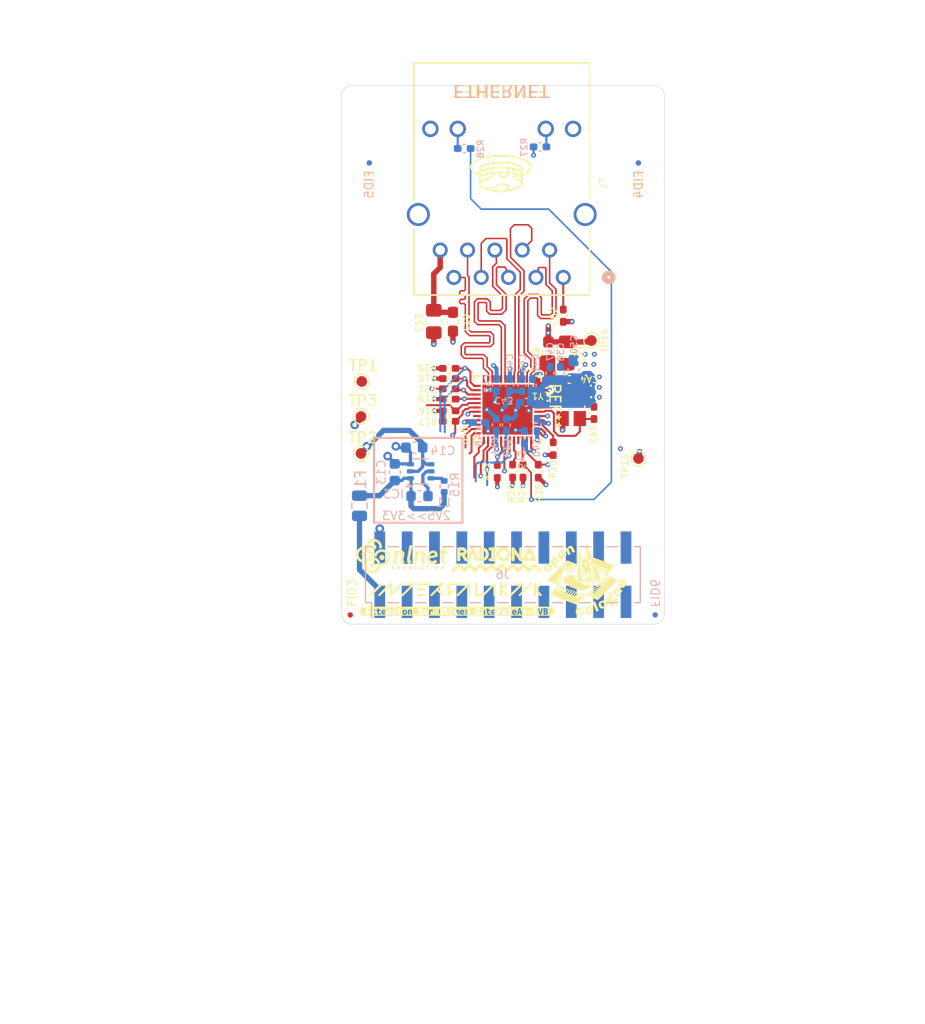
<source format=kicad_pcb>
(kicad_pcb (version 20240108) (generator "pcbnew") (generator_version "8.0")
  (title_block (title "${project_name} ${project_version}") (date "2024-12-02") (rev "${project_version}") (company "${project_creator}") (comment 1 "${project_license}"))
  (layers (0 "F.Cu" signal) (1 "In1.Cu" signal "GND1.Cu") (2 "In2.Cu" signal "GND2.Cu") (31 "B.Cu" signal) (34 "B.Paste" user) (35 "F.Paste" user) (36 "B.SilkS" user "B.Silkscreen") (37 "F.SilkS" user "F.Silkscreen") (38 "B.Mask" user) (39 "F.Mask" user) (44 "Edge.Cuts" user))
  (property "project_creator" "Intergalaktik d.o.o.")
  (property "project_license" "CERN-OHL-S v2")
  (property "project_name" "Olimex Extension Template")
  (property "project_version" "v0.1")
  (property "project_year" "2024.")
  (net 0 "")
  (net 1 "+3V3")
  (net 2 "GND")
  (net 3 "Net-(IC3-EN)")
  (net 4 "Net-(IC3-L)")
  (net 5 "+2V5")
  (net 6 "+Exten_V")
  (net 7 "/Main Sheet/NB_A3")
  (net 8 "/Main Sheet/NB_A8")
  (net 9 "/Main Sheet/NB_B8")
  (net 10 "/Main Sheet/NB_B5")
  (net 11 "/Main Sheet/NB_A0")
  (net 12 "/Main Sheet/NB_B4")
  (net 13 "/Main Sheet/NB_A7")
  (net 14 "/Main Sheet/NB_B6")
  (net 15 "/Main Sheet/NB_A4")
  (net 16 "/Main Sheet/NB_B2")
  (net 17 "/Main Sheet/NB_A5")
  (net 18 "/Main Sheet/NB_B3")
  (net 19 "/Main Sheet/NB_A2")
  (net 20 "/Main Sheet/NB_B7")
  (net 21 "/Main Sheet/NB_A1")
  (net 22 "/Main Sheet/NB_A6")
  (net 23 "/Main Sheet/NB_B0")
  (net 24 "/Main Sheet/NB_B1")
  (net 25 "+1V8")
  (net 26 "PHY_RST")
  (net 27 "VCC")
  (net 28 "+36V")
  (net 29 "/Sheet2/XTAL_IN")
  (net 30 "/Sheet2/XTAL_OUT")
  (net 31 "/Sheet2/LED1_AD1")
  (net 32 "/Sheet2/RGMII_GR-")
  (net 33 "/Sheet2/RGMI_YE-")
  (net 34 "/Sheet2/REGOUT")
  (net 35 "/Sheet2/LED2_RXDLY")
  (net 36 "/Sheet2/LED0_AD0")
  (net 37 "Net-(U10-RSET)")
  (net 38 "PHY_RXD2")
  (net 39 "PHY_TXEN")
  (net 40 "PHY_TXD0")
  (net 41 "ETH_RXCTL")
  (net 42 "PHY_RXD0")
  (net 43 "PHY_TXD2")
  (net 44 "MAC_MDIO")
  (net 45 "PHY_TXD1")
  (net 46 "PHY_RXCLK")
  (net 47 "PHY_TXCLK")
  (net 48 "PHY_TXD3")
  (net 49 "PHY_RXD1")
  (net 50 "PHY_RXD3")
  (net 53 "/Sheet2/MAC_MDC")
  (net 56 "/Sheet2/MDI0_P")
  (net 57 "/Sheet2/MDI0_N")
  (net 58 "/Sheet2/MDI1_P")
  (net 59 "/Sheet2/MDI2_P")
  (net 60 "/Sheet2/MDI2_N")
  (net 61 "/Sheet2/MDI1_N")
  (net 62 "/Sheet2/MDI3_P")
  (net 63 "/Sheet2/MDI3_N")
  (net 64 "Net-(J7-TCT)")
  (net 65 "Net-(J7-EARTH)")
  (footprint "Resistor_SMD:R_0402_1005Metric_Pad0.72x0.64mm_HandSolder" (layer "F.Cu") (at 95.265 58.085)
    (property "Reference" "R25")
    (property "Value" "4K7" (hide yes))
  )
  (footprint "Libraries:HR911130A_HAN" (layer "F.Cu") (at 105.861801 49.6428 180)
    (property "Reference" "J7")
    (property "Value" "HR911130A1" (hide yes))
  )
  (footprint "TestPoint:TestPoint_Pad_D1.0mm" (layer "F.Cu") (at 87.08 62.555)
    (property "Reference" "TP3")
    (property "Value" "GND" (hide yes))
  )
  (footprint "Fiducial:Fiducial_0.5mm_Mask1mm" (layer "F.Cu") (at 86.08 80.975)
    (property "Reference" "FID3")
    (property "Value" "Fiducial_F_BL" (hide yes))
  )
  (footprint "Capacitor_SMD:C_0805_2012Metric_Pad1.18x1.45mm_HandSolder" (layer "F.Cu") (at 106.175 56.665 -90)
    (property "Reference" "C51")
    (property "Value" "10uF" (hide yes))
  )
  (footprint "Resistor_SMD:R_0402_1005Metric_Pad0.72x0.64mm_HandSolder" (layer "F.Cu") (at 99.735 67.655 -90)
    (property "Reference" "R22")
    (property "Value" "10K" (hide yes))
  )
  (footprint "Capacitor_SMD:C_0402_1005Metric_Pad0.74x0.62mm_HandSolder" (layer "F.Cu") (at 108.705 62.2225 90)
    (property "Reference" "CA3")
    (property "Value" "12pF" (hide yes))
  )
  (footprint "Cologne:open_cologne_small" (layer "F.Cu") (at 107.77 77.64)
    (property "Reference" "H3" (hide yes))
    (property "Value" "Logo OpenCologne" (hide yes))
  )
  (footprint "Libraries:XTAL_TSX-3225_25.0000MF10P-C0" (layer "F.Cu") (at 106.595 61.645)
    (property "Reference" "Y1")
    (property "Value" "25MHz" (hide yes))
  )
  (footprint "Resistor_SMD:R_0402_1005Metric_Pad0.72x0.64mm_HandSolder" (layer "F.Cu") (at 95.265 60.935)
    (property "Reference" "R19")
    (property "Value" "4K7" (hide yes))
  )
  (footprint "Fiducial:Fiducial_0.5mm_Mask1mm" (layer "F.Cu") (at 87.85 39.015 -90)
    (property "Reference" "FID1")
    (property "Value" "Fiducial_F_TL" (hide yes))
  )
  (footprint "Fiducial:Fiducial_0.5mm_Mask1mm" (layer "F.Cu") (at 112.83 39.015 90)
    (property "Reference" "FID2")
    (property "Value" "Fiducial_F_TR" (hide yes))
  )
  (footprint "MountingHole:MountingHole_2.2mm_M2" (layer "F.Cu") (at 87.96 34.835)
    (property "Reference" "H5" (hide yes))
    (property "Value" "MountingHole" (hide yes))
  )
  (footprint "Resistor_SMD:R_0402_1005Metric_Pad0.72x0.64mm_HandSolder" (layer "F.Cu") (at 95.265 62.995)
    (property "Reference" "R17")
    (property "Value" "4K7" (hide yes))
  )
  (footprint "MountingHole:MountingHole_2.2mm_M2" (layer "F.Cu") (at 112.55 34.835)
    (property "Reference" "H6" (hide yes))
    (property "Value" "MountingHole" (hide yes))
  )
  (footprint "nlnet:nlnet" (layer "F.Cu") (at 90.86 75.505)
    (property "Reference" "H2" (hide yes))
    (property "Value" "Logo NLnet" (hide yes))
  )
  (footprint "Resistor_SMD:R_0402_1005Metric_Pad0.72x0.64mm_HandSolder" (layer "F.Cu") (at 102.1198 67.615 90)
    (property "Reference" "R24")
    (property "Value" "4K7" (hide yes))
  )
  (footprint "Resistor_SMD:R_0402_1005Metric_Pad0.72x0.64mm_HandSolder" (layer "F.Cu") (at 101.1546 67.615 90)
    (property "Reference" "R20")
    (property "Value" "4K7" (hide yes))
  )
  (footprint "TestPoint:TestPoint_Pad_D1.0mm" (layer "F.Cu") (at 87.08 65.985)
    (property "Reference" "TP2")
    (property "Value" "2V5" (hide yes))
  )
  (footprint "TestPoint:TestPoint_Pad_D1.0mm" (layer "F.Cu") (at 87.15 59.305)
    (property "Reference" "TP1")
    (property "Value" "3V3" (hide yes))
  )
  (footprint "Capacitor_SMD:C_0805_2012Metric_Pad1.18x1.45mm_HandSolder" (layer "F.Cu") (at 93.837 53.7296 90)
    (property "Reference" "C53")
    (property "Value" "0.1uF" (hide yes))
  )
  (footprint "intergalaktik:intergalaktik" (layer "F.Cu") (at 95.890409 78.486446)
    (property "Reference" "H1" (hide yes))
    (property "Value" "Logo Intergalaktik" (hide yes))
  )
  (footprint "memes:pancakes" (layer "F.Cu") (at 100.065 40.015 180)
    (property "Reference" "G***" (hide yes))
    (property "Value" "LOGO" (hide yes))
  )
  (footprint "Inductor_SMD:L_0603_1608Metric_Pad1.05x0.95mm_HandSolder" (layer "F.Cu") (at 104.465 56.505 90)
    (property "Reference" "L9")
    (property "Value" "2.2uH" (hide yes))
  )
  (footprint "Libraries:RTL8211E-VB-CG" (layer "F.Cu") (at 100.681255 61.911046 -90)
    (property "Reference" "U10")
    (property "Value" "RTL8211E-VB-CG" (hide yes))
  )
  (footprint "Resistor_SMD:R_0402_1005Metric_Pad0.72x0.64mm_HandSolder" (layer "F.Cu") (at 95.265 62.0298)
    (property "Reference" "R16")
    (property "Value" "4K7" (hide yes))
  )
  (footprint "Capacitor_SMD:C_0402_1005Metric_Pad0.74x0.62mm_HandSolder" (layer "F.Cu") (at 105.855 53.195 90)
    (property "Reference" "C52")
    (property "Value" "10nF" (hide yes))
  )
  (footprint "radiona:radiona_small" (layer "F.Cu") (at 99.659591 74.843554)
    (property "Reference" "H4" (hide yes))
    (property "Value" "Logo Radiona" (hide yes))
  )
  (footprint "Resistor_SMD:R_0402_1005Metric_Pad0.72x0.64mm_HandSolder" (layer "F.Cu") (at 103.535 67.625 90)
    (property "Reference" "R26")
    (property "Value" "4K7" (hide yes))
  )
  (footprint "Resistor_SMD:R_0402_1005Metric_Pad0.72x0.64mm_HandSolder" (layer "F.Cu") (at 95.265 59.985 180)
    (property "Reference" "R21")
    (property "Value" "1K5" (hide yes))
  )
  (footprint "Capacitor_SMD:C_0402_1005Metric_Pad0.74x0.62mm_HandSolder" (layer "F.Cu") (at 106.415 59.115)
    (property "Reference" "CA4")
    (property "Value" "12pF" (hide yes))
  )
  (footprint "Resistor_SMD:R_0402_1005Metric_Pad0.72x0.64mm_HandSolder" (layer "F.Cu") (at 104.925 65.545 90)
    (property "Reference" "R23")
    (property "Value" "2.49K%1" (hide yes))
  )
  (footprint "TestPoint:TestPoint_Pad_D1.0mm" (layer "F.Cu") (at 108.465 55.505 -90)
    (property "Reference" "TP14")
    (property "Value" "TestPoint" (hide yes))
  )
  (footprint "Resistor_SMD:R_0402_1005Metric_Pad0.72x0.64mm_HandSolder" (layer "F.Cu") (at 95.265 59.035)
    (property "Reference" "R18")
    (property "Value" "4K7" (hide yes))
  )
  (footprint "kibuzzard-674D68C8" (layer "F.Cu") (at 96 80.625)
    (property "Reference" "kibuzzard-674D68C8" (hide yes))
    (property "Value" "G***" (hide yes))
  )
  (footprint "TestPoint:TestPoint_Pad_D1.0mm" (layer "F.Cu") (at 112.835 66.450396 -90)
    (property "Reference" "TP13")
    (property "Value" "TestPoint" (hide yes))
  )
  (footprint "Inductor_SMD:L_0603_1608Metric_Pad1.05x0.95mm_HandSolder" (layer "F.Cu") (at 95.615 53.755 90)
    (property "Reference" "L10")
    (property "Value" "BLM18PG181SN1" (hide yes))
  )
  (footprint "Capacitor_SMD:C_0402_1005Metric_Pad0.74x0.62mm_HandSolder" (layer "B.Cu") (at 98.035 63.105)
    (property "Reference" "C48")
    (property "Value" "0.1uF" (hide yes))
  )
  (footprint "Fiducial:Fiducial_0.5mm_Mask1mm" (layer "B.Cu") (at 112.83 39.015 -90)
    (property "Reference" "FID4")
    (property "Value" "Fiducial_B_TL" (hide yes))
  )
  (footprint "Capacitor_SMD:C_0402_1005Metric_Pad0.74x0.62mm_HandSolder" (layer "B.Cu") (at 102.243594 64.469406 90)
    (property "Reference" "C49")
    (property "Value" "0.1uF" (hide yes))
  )
  (footprint "Capacitor_SMD:C_0402_1005Metric_Pad0.74x0.62mm_HandSolder" (layer "B.Cu") (at 105.575 58.515 90)
    (property "Reference" "C38")
    (property "Value" "0.1uF" (hide yes))
  )
  (footprint "Capacitor_SMD:C_0402_1005Metric_Pad0.74x0.62mm_HandSolder" (layer "B.Cu") (at 99.630254 63.333446 90)
    (property "Reference" "C44")
    (property "Value" "0.1uF" (hide yes))
  )
  (footprint "Capacitor_SMD:C_0402_1005Metric_Pad0.74x0.62mm_HandSolder" (layer "B.Cu") (at 100.885 59.635 -90)
    (property "Reference" "C45")
    (property "Value" "0.1uF" (hide yes))
  )
  (footprint "Capacitor_SMD:C_0402_1005Metric_Pad0.74x0.62mm_HandSolder" (layer "B.Cu") (at 104.625 58.515 90)
    (property "Reference" "C47")
    (property "Value" "0.1uF" (hide yes))
  )
  (footprint "Capacitor_SMD:C_0402_1005Metric_Pad0.74x0.62mm_HandSolder" (layer "B.Cu") (at 102.985 59.645 90)
    (property "Reference" "C41")
    (property "Value" "0.1uF" (hide yes))
  )
  (footprint "Capacitor_SMD:C_0402_1005Metric_Pad0.74x0.62mm_HandSolder" (layer "B.Cu") (at 103.435 63.335 -90)
    (property "Reference" "C40")
    (property "Value" "0.1uF" (hide yes))
  )
  (footprint "Inductor_SMD:L_0603_1608Metric" (layer "B.Cu") (at 92.51 69.951666 180)
    (property "Reference" "L1")
    (property "Value" "4.7uH" (hide yes))
  )
  (footprint "Capacitor_SMD:C_0402_1005Metric_Pad0.74x0.62mm_HandSolder" (layer "B.Cu") (at 100.570054 63.333446 90)
    (property "Reference" "C39")
    (property "Value" "100nF" (hide yes))
  )
  (footprint "Package_TO_SOT_SMD:SOT-363_SC-70-6" (layer "B.Cu") (at 92.62 67.641666)
    (property "Reference" "IC3")
    (property "Value" "TLV61225DC" (hide yes))
  )
  (footprint "Connector_PinSocket_2.54mm:PinSocket_2x10_P2.54mm_Vertical_SMD" (layer "B.Cu") (at 100.25 77.24 -90)
    (property "Reference" "J6")
    (property "Value" "MISC" (hide yes))
  )
  (footprint "Fiducial:Fiducial_0.5mm_Mask1mm" (layer "B.Cu") (at 114.39 80.975 180)
    (property "Reference" "FID6")
    (property "Value" "Fiducial_B_BL" (hide yes))
  )
  (footprint "Capacitor_SMD:C_0402_1005Metric_Pad0.74x0.62mm_HandSolder" (layer "B.Cu") (at 102.025 59.635 -90)
    (property "Reference" "C46")
    (property "Value" "0.1uF" (hide yes))
  )
  (footprint "Fuse:Fuse_0805_2012Metric" (layer "B.Cu") (at 86.94 70.8425 90)
    (property "Reference" "F1")
    (property "Value" "0805L050WR" (hide yes))
  )
  (footprint "Resistor_SMD:R_0402_1005Metric_Pad0.72x0.64mm_HandSolder" (layer "B.Cu") (at 103.695 37.525 180)
    (property "Reference" "R27")
    (property "Value" "510R R0402 5%" (hide yes))
  )
  (footprint "Capacitor_SMD:C_0402_1005Metric_Pad0.74x0.62mm_HandSolder" (layer "B.Cu") (at 102.405 61.235 180)
    (property "Reference" "C43")
    (property "Value" "0.1uF" (hide yes))
  )
  (footprint "Fiducial:Fiducial_0.5mm_Mask1mm" (layer "B.Cu") (at 87.85 39.015 90)
    (property "Reference" "FID5")
    (property "Value" "Fiducial_B_TR" (hide yes))
  )
  (footprint "Capacitor_SMD:C_0603_1608Metric" (layer "B.Cu") (at 92.03 65.441666 180)
    (property "Reference" "C14")
    (property "Value" "10uF" (hide yes))
  )
  (footprint "Capacitor_SMD:C_0402_1005Metric_Pad0.74x0.62mm_HandSolder" (layer "B.Cu") (at 99.665 59.625 -90)
    (property "Reference" "C42")
    (property "Value" "0.1uF" (hide yes))
  )
  (footprint "Resistor_SMD:R_0402_1005Metric" (layer "B.Cu") (at 94.8 69.041666 90)
    (property "Reference" "R15")
    (property "Value" "10K" (hide yes))
  )
  (footprint "Capacitor_SMD:C_0603_1608Metric_Pad1.08x0.95mm_HandSolder" (layer "B.Cu") (at 106.815 58.225 90)
    (property "Reference" "C50")
    (property "Value" "4.7uF" (hide yes))
  )
  (footprint "Resistor_SMD:R_0402_1005Metric_Pad0.72x0.64mm_HandSolder" (layer "B.Cu") (at 96.655 37.675)
    (property "Reference" "R28")
    (property "Value" "510R R0402 5%" (hide yes))
  )
  (footprint "Capacitor_SMD:C_0603_1608Metric" (layer "B.Cu") (at 90.21 67.726666 90)
    (property "Reference" "C13")
    (property "Value" "10uF" (hide yes))
  )
  (gr_rect (start 88.29 64.538334) (end 96.492718 72.411666) (stroke (width 0.2)) (fill none) (layer "B.SilkS"))
  (gr_arc (start 86.25 81.835) (mid 85.542893 81.542107) (end 85.25 80.835) (stroke (width 0.05)) (layer "Edge.Cuts"))
  (gr_arc (start 115.25 80.835) (mid 114.957107 81.542107) (end 114.25 81.835) (stroke (width 0.05)) (layer "Edge.Cuts"))
  (gr_line (start 86.25 31.835) (end 114.25 31.835) (stroke (width 0.05)) (layer "Edge.Cuts"))
  (gr_line (start 85.25 80.835) (end 85.25 32.835) (stroke (width 0.05)) (layer "Edge.Cuts"))
  (gr_arc (start 114.25 31.835) (mid 114.957107 32.127893) (end 115.25 32.835) (stroke (width 0.05)) (layer "Edge.Cuts"))
  (gr_line (start 115.25 32.835) (end 115.25 80.835) (stroke (width 0.05)) (layer "Edge.Cuts"))
  (gr_arc (start 85.25 32.835) (mid 85.542893 32.127893) (end 86.25 31.835) (stroke (width 0.05)) (layer "Edge.Cuts"))
  (gr_line (start 114.25 81.835) (end 86.25 81.835) (stroke (width 0.05)) (layer "Edge.Cuts"))
  (gr_text "ETHERNET\n" (at 95.615 31.565 180) (layer "B.SilkS") (effects (font (size 1.2 1.21)) (justify left bottom mirror)))
  (gr_text "2V5>>3V3" (at 95.4975 72.241666 0) (layer "B.SilkS") (effects (font (size 0.8 0.8) (thickness 0.1)) (justify left bottom mirror)))
  (gr_text "ETHERNET\n" (at 104.465 31.565 180) (layer "F.SilkS") (effects (font (size 1.2 1.21)) (justify left bottom)))
  (segment (start 87.08 65.985) (end 87.63 65.435) (width 0.5) (layer "F.Cu") (net 1))
  (segment (start 87.63 65.435) (end 87.63 65.315) (width 0.5) (layer "F.Cu") (net 1))
  (via (at 87.63 65.315) (size 0.8) (drill 0.4) (layers "F.Cu" "B.Cu") (net 1))
  (segment (start 92.805 67.231666) (end 92.805 66.651666) (width 0.3) (layer "B.Cu") (net 1))
  (segment (start 92.805 65.08) (end 92.805 65.441666) (width 0.5) (layer "B.Cu") (net 1))
  (segment (start 87.63 65.315) (end 87.7 65.315) (width 0.5) (layer "B.Cu") (net 1))
  (segment (start 92.805 66.651666) (end 93.145 66.991666) (width 0.3) (layer "B.Cu") (net 1))
  (segment (start 87.7 65.315) (end 89.17 63.845) (width 0.5) (layer "B.Cu") (net 1))
  (segment (start 93.145 66.991666) (end 93.57 66.991666) (width 0.3) (layer "B.Cu") (net 1))
  (segment (start 92.805 65.441666) (end 92.805 66.651666) (width 0.3) (layer "B.Cu") (net 1))
  (segment (start 89.17 63.845) (end 91.57 63.845) (width 0.5) (layer "B.Cu") (net 1))
  (segment (start 92.395 67.641666) (end 92.805 67.231666) (width 0.3) (layer "B.Cu") (net 1))
  (segment (start 91.57 63.845) (end 92.805 65.08) (width 0.5) (layer "B.Cu") (net 1))
  (segment (start 91.67 67.641666) (end 92.395 67.641666) (width 0.3) (layer "B.Cu") (net 1))
  (segment (start 86.49 63.335) (end 86.89 62.935) (width 0.5) (layer "F.Cu") (net 2))
  (segment (start 86.89 62.935) (end 86.89 62.555) (width 0.5) (layer "F.Cu") (net 2))
  (segment (start 104.882514 66.144996) (end 104.862494 66.125026) (width 0.381) (layer "F.Cu") (net 2))
  (segment (start 103.582939 68.2225) (end 103.535 68.2225) (width 0.381) (layer "F.Cu") (net 2))
  (segment (start 94.667494 58.085016) (end 93.855004 58.085016) (width 0.381) (layer "F.Cu") (net 2))
  (segment (start 105.785024 63.814996) (end 105.794984 63.804996) (width 0.508) (layer "F.Cu") (net 2))
  (segment (start 93.844994 58.095026) (end 93.855004 58.085016) (width 0.381) (layer "F.Cu") (net 2))
  (segment (start 105.854974 53.762496) (end 105.872744 53.744726) (width 0.508) (layer "F.Cu") (net 2))
  (segment (start 108.725314 61.675286) (end 108.705004 61.654986) (width 0.508) (layer "F.Cu") (net 2))
  (segment (start 104.907504 66.125026) (end 104.862494 66.125026) (width 0.381) (layer "F.Cu") (net 2))
  (segment (start 105.794984 63.804996) (end 105.794984 62.744996) (width 0.508) (layer "F.Cu") (net 2))
  (segment (start 104.924984 66.142506) (end 104.907504 66.125026) (width 0.381) (layer "F.Cu") (net 2))
  (segment (start 93.837014 55.843006) (end 93.837014 54.767116) (width 0.508) (layer "F.Cu") (net 2))
  (segment (start 106.645304 53.744726) (end 105.872744 53.744726) (width 0.508) (layer "F.Cu") (net 2))
  (segment (start 106.645304 53.744726) (end 106.655024 53.735006) (width 0.508) (layer "F.Cu") (net 2))
  (segment (start 93.834984 55.844986) (end 93.837014 55.843006) (width 0.508) (layer "F.Cu") (net 2))
  (segment (start 104.569934 60.111066) (end 103.526054 60.111066) (width 0.254) (layer "F.Cu") (net 2))
  (segment (start 104.255439 68.895) (end 103.582939 68.2225) (width 0.381) (layer "F.Cu") (net 2))
  (segment (start 104.862494 66.125026) (end 104.165014 66.125026) (width 0.381) (layer "F.Cu") (net 2))
  (segment (start 95.615014 55.644986) (end 95.615014 54.630006) (width 0.508) (layer "F.Cu") (net 2))
  (via (at 106.655024 53.735006) (size 0.4572) (drill 0.2032) (layers "F.Cu" "B.Cu") (net 2))
  (via (at 102.648124 62.007486) (size 0.4572) (drill 0.2032) (layers "F.Cu" "B.Cu") (net 2))
  (via (at 108.695204 57.713006) (size 0.4572) (drill 0.2032) (layers "F.Cu" "B.Cu") (net 2))
  (via (at 109.203204 59.846606) (size 0.4572) (drill 0.2032) (layers "F.Cu" "B.Cu") (net 2))
  (via (at 103.097504 38.305016) (size 0.4572) (drill 0.2032) (layers "F.Cu" "B.Cu") (net 2))
  (via (at 98.874194 63.909996) (size 0.4572) (drill 0.2032) (layers "F.Cu" "B.Cu") (net 2))
  (via (at 103.716804 58.627406) (size 0.4572) (drill 0.2032) (layers "F.Cu" "B.Cu") (net 2))
  (via (at 104.255439 68.895) (size 0.4572) (drill 0.2032) (layers "F.Cu" "B.Cu") (net 2))
  (via (at 93.834984 55.844986) (size 0.4572) (drill 0.2032) (layers "F.Cu" "B.Cu") (net 2))
  (via (at 101.430804 63.809006) (size 0.4572) (drill 0.2032) (layers "F.Cu" "B.Cu") (net 2))
  (via (at 98.757254 61.913916) (size 0.4572) (drill 0.2032) (layers "F.Cu" "B.Cu") (net 2))
  (via (at 105.785024 63.814996) (size 0.4572) (drill 0.2032) (layers "F.Cu" "B.Cu") (net 2))
  (via (at 108.746004 56.773206) (size 0.4572) (drill 0.2032) (layers "F.Cu" "B.Cu") (net 2))
  (via (at 93.844994 58.095026) (size 0.4572) (drill 0.2032) (layers "F.Cu" "B.Cu") (net 2))
  (via (at 88.82 72.96) (size 0.8) (drill 0.4) (layers "F.Cu" "B.Cu") (net 2))
  (via (at 111.168044 65.544996) (size 0.4572) (drill 0.2032) (layers "F.Cu" "B.Cu") (net 2))
  (via (at 109.203204 58.882486) (size 0.4572) (drill 0.2032) (layers "F.Cu" "B.Cu") (net 2))
  (via (at 89.555 66.231666) (size 0.8) (drill 0.4) (layers "F.Cu" "B.Cu") (net 2))
  (via (at 90.315 65.321666) (size 0.8) (drill 0.4) (layers "F.Cu" "B.Cu") (net 2))
  (via (at 104.580404 60.100606) (size 0.4572) (drill 0.2032) (layers "F.Cu" "B.Cu") (net 2))
  (via (at 95.615014 55.644986) (size 0.4572) (drill 0.2032) (layers "F.Cu" "B.Cu") (net 2))
  (via (at 107.882404 57.713006) (size 0.4572) (drill 0.2032) (layers "F.Cu" "B.Cu") (net 2))
  (via (at 104.165014 66.125026) (size 0.4572) (drill 0.2032) (layers "F.Cu" "B.Cu") (net 2))
  (via (at 98.733884 60.073736) (size 0.4572) (drill 0.2032) (layers "F.Cu" "B.Cu") (net 2))
  (via (at 109.203204 60.761006) (size 0.4572) (drill 0.2032) (layers "F.Cu" "B.Cu") (net 2))
  (via (at 101.439544 61.976296) (size 0.4572) (drill 0.2032) (layers "F.Cu" "B.Cu") (net 2))
  (via (at 100.176344 61.952876) (size 0.4572) (drill 0.2032) (layers "F.Cu" "B.Cu") (net 2))
  (via (at 99.504974 61.225016) (size 0.4572) (drill 0.2032) (layers "F.Cu" "B.Cu") (net 2))
  (via (at 103.435014 64.734986) (size 0.4572) (drill 0.2032) (layers "F.Cu" "B.Cu") (net 2))
  (via (at 86.49 63.335) (size 0.8) (drill 0.4) (layers "F.Cu" "B.Cu") (net 2))
  (via (at 107.882404 56.773206) (size 0.4572) (drill 0.2032) (layers "F.Cu" "B.Cu") (net 2))
  (segment (start 101.651514 61.716206) (end 101.651514 61.337716) (width 0.381) (layer "B.Cu") (net 2))
  (segment (start 98.660014 63.105016) (end 98.602514 63.105016) (width 0.381) (layer "B.Cu") (net 2))
  (segment (start 98.767904 60.107746) (end 98.733884 60.073736) (width 0.381) (layer "B.Cu") (net 2))
  (segment (start 91.67 65.856666) (end 91.255 65.441666) (width 0.3) (layer "B.Cu") (net 2))
  (segment (start 101.216354 62.733916) (end 101.439544 62.510726) (width 0.381) (layer "B.Cu") (net 2))
  (segment (start 99.504974 61.176896) (end 99.545494 61.136376) (width 0.381) (layer "B.Cu") (net 2))
  (segment (start 101.828514 61.218216) (end 101.771014 61.218216) (width 0.381) (layer "B.Cu") (net 2))
  (segment (start 102.984974 59.019996) (end 103.377564 58.627406) (width 0.381) (layer "B.Cu") (net 2))
  (segment (start 102.984974 59.077496) (end 102.984974 59.019996) (width 0.381) (layer "B.Cu") (net 2))
  (segment (start 100.570044 62.765926) (end 100.602064 62.733916) (width 0.381) (layer "B.Cu") (net 2))
  (segment (start 101.439544 61.928186) (end 101.651514 61.716206) (width 0.381) (layer "B.Cu") (net 2))
  (segment (start 98.791264 61.947926) (end 98.757254 61.913916) (width 0.381) (layer "B.Cu") (net 2))
  (segment (start 100.765504 61.315606) (end 100.765504 60.322006) (width 0.381) (layer "B.Cu") (net 2))
  (segment (start 91.255 65.441666) (end 90.435 65.441666) (width 0.3) (layer "B.Cu") (net 2))
  (segment (start 102.025014 60.202506) (end 100.885004 60.202506) (width 0.381) (layer "B.Cu") (net 2))
  (segment (start 99.580244 60.107746) (end 98.767904 60.107746) (width 0.381) (layer "B.Cu") (net 2))
  (segment (start 99.504974 61.225016) (end 99.504974 61.176896) (width 0.381) (layer "B.Cu") (net 2))
  (segment (start 106.835314 57.382806) (end 106.814994 57.362486) (width 0.508) (layer "B.Cu") (net 2))
  (segment (start 99.664994 60.192506) (end 99.580244 60.107746) (width 0.381) (layer "B.Cu") (net 2))
  (segment (start 100.176344 61.952876) (end 100.176344 61.904766) (width 0.381) (layer "B.Cu") (net 2))
  (segment (start 101.439544 62.510726) (end 101.439544 61.976296) (width 0.381) (layer "B.Cu") (net 2))
  (segment (start 103.716804 58.627406) (end 103.377564 58.627406) (width 0.381) (layer "B.Cu") (net 2))
  (segment (start 91.63 66.951666) (end 91.67 66.991666) (width 0.3) (layer "B.Cu") (net 2))
  (segment (start 101.651514 61.337716) (end 101.771014 61.218216) (width 0.381) (layer "B.Cu") (net 2))
  (segment (start 90.21 66.886666) (end 89.555 66.231666) (width 0.3) (layer "B.Cu") (net 2))
  (segment (start 102.197154 63.855446) (end 101.477244 63.855446) (width 0.254) (layer "B.Cu") (net 2))
  (segment (start 103.435014 64.734986) (end 103.435014 63.902526) (width 0.381) (layer "B.Cu") (net 2))
  (segment (start 101.439544 61.976296) (end 101.439544 61.928186) (width 0.381) (layer "B.Cu") (net 2))
  (segment (start 90.435 65.441666) (end 90.315 65.321666) (width 0.3) (layer "B.Cu") (net 2))
  (segment (start 98.779514 63.282016) (end 98.779514 63.224516) (width 0.381) (layer "B.Cu") (net 2))
  (segment (start 100.765504 60.322006) (end 100.885004 60.202506) (width 0.381) (layer "B.Cu") (net 2))
  (segment (start 99.545494 61.136376) (end 99.545494 60.312006) (width 0.381) (layer "B.Cu") (net 2))
  (segment (start 90.21 66.951666) (end 91.63 66.951666) (width 0.3) (layer "B.Cu") (net 2))
  (segment (start 98.874194 63.909996) (end 98.840174 63.875976) (width 0.381) (layer "B.Cu") (net 2))
  (segment (start 91.67 66.991666) (end 91.67 65.856666) (width 0.3) (layer "B.Cu") (net 2))
  (segment (start 99.630244 62.765926) (end 99.630244 62.708426) (width 0.381) (layer "B.Cu") (net 2))
  (segment (start 102.243594 63.901886) (end 102.197154 63.855446) (width 0.254) (layer "B.Cu") (net 2))
  (segment (start 103.097504 38.305016) (end 103.097504 37.524986) (width 0.2032) (layer "B.Cu") (net 2))
  (segment (start 98.840174 63.875976) (end 98.840174 63.342676) (width 0.381) (layer "B.Cu") (net 2))
  (segment (start 98.840174 63.342676) (end 98.779514 63.282016) (width 0.381) (layer "B.Cu") (net 2))
  (segment (start 98.869754 61.947926) (end 98.791264 61.947926) (width 0.381) (layer "B.Cu") (net 2))
  (segment (start 101.216354 62.733916) (end 100.602064 62.733916) (width 0.381) (layer "B.Cu") (net 2))
  (segment (start 90.21 66.951666) (end 90.21 66.886666) (width 0.3) (layer "B.Cu") (net 2))
  (segment (start 99.630244 62.708426) (end 98.869754 61.947926) (width 0.381) (layer "B.Cu") (net 2))
  (segment (start 88.82 72.96) (end 88.82 74.72) (width 0.5) (layer "B.Cu") (net 2))
  (segment (start 98.779514 63.224516) (end 98.660014 63.105016) (width 0.381) (layer "B.Cu") (net 2))
  (segment (start 100.176344 61.904766) (end 100.765504 61.315606) (width 0.381) (layer "B.Cu") (net 2))
  (segment (start 106.835314 57.382806) (end 106.845034 57.373086) (width 0.508) (layer "B.Cu") (net 2))
  (segment (start 99.545494 60.312006) (end 99.664994 60.192506) (width 0.381) (layer "B.Cu") (net 2))
  (segment (start 101.477244 63.855446) (end 101.430804 63.809006) (width 0.254) (layer "B.Cu") (net 2))
  (segment (start 93.57 68.291666) (end 94.56 68.291666) (width 0.3) (layer "B.Cu") (net 3))
  (segment (start 94.56 68.291666) (end 94.8 68.531666) (width 0.3) (layer "B.Cu") (net 3))
  (segment (start 93.2975 69.184166) (end 93.2975 69.951666) (width 0.3) (layer "B.Cu") (net 4))
  (segment (start 93.57 67.641666) (end 93.165 67.641666) (width 0.3) (layer "B.Cu") (net 4))
  (segment (start 92.815 68.701666) (end 93.2975 69.184166) (width 0.3) (layer "B.Cu") (net 4))
  (segment (start 92.825 67.981666) (end 92.825 68.691666) (width 0.3) (layer "B.Cu") (net 4))
  (segment (start 93.165 67.641666) (end 92.825 67.981666) (width 0.3) (layer "B.Cu") (net 4))
  (segment (start 92.825 68.691666) (end 92.815 68.701666) (width 0.3) (layer "B.Cu") (net 4))
  (segment (start 91.7225 69.951666) (end 91.7225 68.344166) (width 0.3) (layer "B.Cu") (net 5))
  (segment (start 94.8 69.551666) (end 94.8 70.686666) (width 0.5) (layer "B.Cu") (net 5))
  (segment (start 94.8 70.686666) (end 94.375 71.111666) (width 0.5) (layer "B.Cu") (net 5))
  (segment (start 91.065 68.291666) (end 91.67 68.291666) (width 0.3) (layer "B.Cu") (net 5))
  (segment (start 91.7225 68.344166) (end 91.67 68.291666) (width 0.3) (layer "B.Cu") (net 5))
  (segment (start 94.375 71.111666) (end 91.985 71.111666) (width 0.5) (layer "B.Cu") (net 5))
  (segment (start 88.806666 69.905) (end 90.21 68.501666) (width 0.5) (layer "B.Cu") (net 5))
  (segment (start 86.94 69.905) (end 88.806666 69.905) (width 0.5) (layer "B.Cu") (net 5))
  (segment (start 90.21 68.501666) (end 90.855 68.501666) (width 0.3) (layer "B.Cu") (net 5))
  (segment (start 91.985 71.111666) (end 91.7225 70.849166) (width 0.5) (layer "B.Cu") (net 5))
  (segment (start 91.7225 70.849166) (end 91.7225 69.951666) (width 0.5) (layer "B.Cu") (net 5))
  (segment (start 90.855 68.501666) (end 91.065 68.291666) (width 0.3) (layer "B.Cu") (net 5))
  (segment (start 86.94 76.775) (end 86.94 71.78) (width 0.5) (layer "B.Cu") (net 6))
  (segment (start 88.82 79.76) (end 88.82 78.655) (width 0.5) (layer "B.Cu") (net 6))
  (segment (start 88.82 78.655) (end 86.94 76.775) (width 0.5) (layer "B.Cu") (net 6))
  (segment (start 96.665814 63.075856) (end 96.830614 62.911066) (width 0.2032) (layer "F.Cu") (net 25))
  (segment (start 97.016644 60.511066) (end 96.605004 60.099386) (width 0.2032) (layer "F.Cu") (net 25))
  (segment (start 96.605004 60.099386) (end 95.862514 60.099386) (width 0.2032) (layer "F.Cu") (net 25))
  (segment (start 97.836454 60.511066) (end 97.016644 60.511066) (width 0.2032) (layer "F.Cu") (net 25))
  (segment (start 97.836454 62.911066) (end 96.830614 62.911066) (width 0.2032) (layer "F.Cu") (net 25))
  (via (at 96.665814 63.075856) (size 0.4572) (drill 0.2032) (layers "F.Cu" "B.Cu") (net 25))
  (via (at 96.605004 60.099386) (size 0.4572) (drill 0.2032) (layers "F.Cu" "B.Cu") (net 25))
  (segment (start 97.452914 63.090436) (end 96.680394 63.090436) (width 0.381) (layer "B.Cu") (net 25))
  (segment (start 97.467494 63.105016) (end 97.452914 63.090436) (width 0.381) (layer "B.Cu") (net 25))
  (segment (start 96.680394 63.090436) (end 96.665814 63.075856) (width 0.381) (layer "B.Cu") (net 25))
  (segment (start 99.745004 66.298206) (end 99.745004 66.224866) (width 0.18618) (layer "F.Cu") (net 26))
  (segment (start 100.166774 65.801836) (end 100.166774 65.399616) (width 0.18618) (layer "F.Cu") (net 26))
  (segment (start 100.089764 65.322606) (end 100.089764 64.764376) (width 0.18618) (layer "F.Cu") (net 26))
  (segment (start 100.081254 65.888626) (end 100.081254 65.887356) (width 0.18618) (layer "F.Cu") (net 26))
  (segment (start 100.166774 65.399616) (end 100.089764 65.322606) (width 0.18618) (layer "F.Cu") (net 26))
  (segment (start 100.089764 64.764376) (end 100.081254 64.755866) (width 0.18618) (layer "F.Cu") (net 26))
  (segment (start 99.740004 67.052506) (end 99.740004 66.303206) (width 0.18618) (layer "F.Cu") (net 26))
  (segment (start 100.081254 65.887356) (end 100.166774 65.801836) (width 0.18618) (layer "F.Cu") (net 26))
  (segment (start 99.740004 66.303206) (end 99.745004 66.298206) (width 0.18618) (layer "F.Cu") (net 26))
  (segment (start 99.734994 67.057516) (end 99.740004 67.052506) (width 0.18618) (layer "F.Cu") (net 26))
  (segment (start 99.745004 66.224866) (end 100.081254 65.888626) (width 0.18618) (layer "F.Cu") (net 26))
  (via (at 99.745004 66.298206) (size 0.4572) (drill 0.2032) (layers "F.Cu" "B.Cu") (net 26))
  (segment (start 99.748464 66.298206) (end 100.570044 65.476616) (width 0.2032) (layer "B.Cu") (net 26))
  (segment (start 99.748464 66.298206) (end 99.745004 66.298206) (width 0.2032) (layer "B.Cu") (net 26))
  (segment (start 100.570044 65.476616) (end 100.570044 63.900956) (width 0.2032) (layer "B.Cu") (net 26))
  (segment (start 94.667494 62.994986) (end 94.667494 62.029786) (width 0.381) (layer "F.Cu") (net 27))
  (segment (start 104.156764 64.299766) (end 104.156764 64.040566) (width 0.2032) (layer "F.Cu") (net 27))
  (segment (start 104.224804 64.367806) (end 103.993144 64.367806) (width 0.2032) (layer "F.Cu") (net 27))
  (segment (start 101.154604 68.965406) (end 101.154604 68.212506) (width 0.381) (layer "F.Cu") (net 27))
  (segment (start 99.734994 69.074986) (end 99.734994 68.252486) (width 0.381) (layer "F.Cu") (net 27))
  (segment (start 102.114974 68.975006) (end 102.119804 68.970186) (width 0.381) (layer "F.Cu") (net 27))
  (segment (start 93.904984 60.934996) (end 93.885024 60.914976) (width 0.381) (layer "F.Cu") (net 27))
  (segment (start 94.667494 62.029786) (end 93.919824 62.029786) (width 0.381) (layer "F.Cu") (net 27))
  (segment (start 104.224804 64.367806) (end 104.156764 64.299766) (width 0.2032) (layer "F.Cu") (net 27))
  (segment (start 93.894984 59.035026) (end 93.875014 59.015006) (width 0.381) (layer "F.Cu") (net 27))
  (segment (start 112.927284 66.421176) (end 112.927284 65.825326) (width 0.508) (layer "F.Cu") (net 27))
  (segment (start 104.394984 61.092116) (end 104.213934 60.911066) (width 0.2032) (layer "F.Cu") (net 27))
  (segment (start 104.208954 61.311066) (end 103.526054 61.311066) (width 0.2032) (layer "F.Cu") (net 27))
  (segment (start 94.667494 59.035026) (end 93.894984 59.035026) (width 0.381) (layer "F.Cu") (net 27))
  (segment (start 93.919824 62.029786) (end 93.894984 62.004996) (width 0.381) (layer "F.Cu") (net 27))
  (segment (start 103.780054 64.154716) (end 103.780054 64.111066) (width 0.2032) (layer "F.Cu") (net 27))
  (segment (start 103.780054 64.111066) (end 103.526054 64.111066) (width 0.2032) (layer "F.Cu") (net 27))
  (segment (start 99.745004 69.084996) (end 99.734994 69.074986) (width 0.381) (layer "F.Cu") (net 27))
  (segment (start 104.156764 64.040566) (end 103.827264 63.711066) (width 0.2032) (layer "F.Cu") (net 27))
  (segment (start 103.993144 64.367806) (end 103.780054 64.154716) (width 0.2032) (layer "F.Cu") (net 27))
  (segment (start 103.827264 63.711066) (end 103.526054 63.711066) (width 0.2032) (layer "F.Cu") (net 27))
  (segment (start 112.927284 65.825326) (end 112.937004 65.815606) (width 0.508) (layer "F.Cu") (net 27))
  (segment (start 100.881254 59.066266) (end 100.881254 58.160956) (width 0.2032) (layer "F.Cu") (net 27))
  (segment (start 104.213934 60.911066) (end 103.526054 60.911066) (width 0.2032) (layer "F.Cu") (net 27))
  (segment (start 101.145004 68.975006) (end 101.154604 68.965406) (width 0.381) (layer "F.Cu") (net 27))
  (segment (start 102.119804 68.970186) (end 102.119804 68.212506) (width 0.381) (layer "F.Cu") (net 27))
  (segment (start 104.400974 62.511066) (end 103.526054 62.511066) (width 0.2032) (layer "F.Cu") (net 27))
  (segment (start 94.667494 60.934996) (end 93.904984 60.934996) (width 0.381) (layer "F.Cu") (net 27))
  (segment (start 100.881254 58.160956) (end 100.922804 58.119406) (width 0.2032) (layer "F.Cu") (net 27))
  (via (at 104.400974 62.511066) (size 0.4572) (drill 0.2032) (layers "F.Cu" "B.Cu") (net 27))
  (via (at 93.894984 62.004996) (size 0.4572) (drill 0.2032) (layers "F.Cu" "B.Cu") (net 27))
  (via (at 99.745004 69.084996) (size 0.4572) (drill 0.2032) (layers "F.Cu" "B.Cu") (net 27))
  (via (at 100.922804 58.119406) (size 0.4572) (drill 0.2032) (layers "F.Cu" "B.Cu") (net 27))
  (via (at 104.394984 61.092116) (size 0.4572) (drill 0.2032) (layers "F.Cu" "B.Cu") (net 27))
  (via (at 107.960464 58.739866) (size 0.4572) (drill 0.2032) (layers "F.Cu" "B.Cu") (net 27))
  (via (at 108.415804 59.688336) (size 0.4572) (drill 0.2032) (layers "F.Cu" "B.Cu") (net 27))
  (via (at 101.145004 68.975006) (size 0.4572) (drill 0.2032) (layers "F.Cu" "B.Cu") (net 27))
  (via (at 104.224804 64.367806) (size 0.4572) (drill 0.2032) (layers "F.Cu" "B.Cu") (net 27))
  (via (at 108.445394 60.761006) (size 0.4572) (drill 0.2032) (layers "F.Cu" "B.Cu") (net 27))
  (via (at 93.875014 59.015006) (size 0.4572) (drill 0.2032) (layers "F.Cu" "B.Cu") (net 27))
  (via (at 112.937004 65.815606) (size 0.4572) (drill 0.2032) (layers "F.Cu" "B.Cu") (net 27))
  (via (at 93.885024 60.914976) (size 0.4572) (drill 0.2032) (layers "F.Cu" "B.Cu") (net 27))
  (via (at 102.114974 68.975006) (size 0.4572) (drill 0.2032) (layers "F.Cu" "B.Cu") (net 27))
  (segment (start 106.814994 59.087506) (end 106.810014 59.082526) (width 0.508) (layer "B.Cu") (net 27))
  (segment (start 100.903904 59.048586) (end 100.903904 58.138306) (width 0.381) (layer "B.Cu") (net 27))
  (segment (start 100.885004 59.067486) (end 100.903904 59.048586) (width 0.381) (layer "B.Cu") (net 27))
  (segment (start 100.903904 58.138306) (end 100.922804 58.119406) (width 0.381) (layer "B.Cu") (net 27))
  (segment (start 103.107204 65.707726) (end 102.881244 65.481766) (width 0.2032) (layer "F.Cu") (net 28))
  (segment (start 108.342504 55.627516) (end 108.464974 55.504986) (width 0.508) (layer "F.Cu") (net 28))
  (segment (start 99.398804 57.825866) (end 99.398804 57.789206) (width 0.2032) (layer "F.Cu") (net 28))
  (segment (start 99.681254 65.600726) (end 99.681254 64.755866) (width 0.2032) (layer "F.Cu") (net 28))
  (segment (start 99.681254 59.066266) (end 99.681254 58.108316) (width 0.2032) (layer "F.Cu") (net 28))
  (segment (start 104.464984 55.630006) (end 104.464984 54.155026) (width 0.508) (layer "F.Cu") (net 28))
  (segment (start 108.342504 55.627516) (end 106.175014 55.627516) (width 0.508) (layer "F.Cu") (net 28))
  (segment (start 104.012664 62.911066) (end 103.526054 62.911066) (width 0.2032) (layer "F.Cu") (net 28))
  (segment (start 103.107204 65.790206) (end 103.107204 65.707726) (width 0.2032) (layer "F.Cu") (net 28))
  (segment (start 106.175014 55.627516) (end 104.467474 55.627516) (width 0.508) (layer "F.Cu") (net 28))
  (segment (start 102.081244 58.053166) (end 102.370604 57.763806) (width 0.2032) (layer "F.Cu") (net 28))
  (segment (start 102.881244 65.481766) (end 102.881244 64.755866) (width 0.2032) (layer "F.Cu") (net 28))
  (segment (start 104.462474 63.156616) (end 104.258214 63.156616) (width 0.2032) (layer "F.Cu") (net 28))
  (segment (start 104.496494 63.190636) (end 104.462474 63.156616) (width 0.2032) (layer "F.Cu") (net 28))
  (segment (start 99.681254 58.108316) (end 99.398804 57.825866) (width 0.2032) (layer "F.Cu") (net 28))
  (segment (start 104.464984 55.630006) (end 104.467474 55.627516) (width 0.508) (layer "F.Cu") (net 28))
  (segment (start 104.258214 63.156616) (end 104.012664 62.911066) (width 0.2032) (layer "F.Cu") (net 28))
  (segment (start 102.081244 59.066266) (end 102.081244 58.053166) (width 0.2032) (layer "F.Cu") (net 28))
  (via (at 104.496494 63.190636) (size 0.4572) (drill 0.2032) (layers "F.Cu" "B.Cu") (net 28))
  (via (at 99.681254 65.600726) (size 0.4572) (drill 0.2032) (layers "F.Cu" "B.Cu") (net 28))
  (via (at 103.107204 65.790206) (size 0.4572) (drill 0.2032) (layers "F.Cu" "B.Cu") (net 28))
  (via (at 104.464984 54.795006) (size 0.4572) (drill 0.2032) (layers "F.Cu" "B.Cu") (net 28))
  (via (at 102.384984 57.765026) (size 0.4572) (drill 0.2032) (layers "F.Cu" "B.Cu") (net 28))
  (via (at 104.464984 54.155026) (size 0.4572) (drill 0.2032) (layers "F.Cu" "B.Cu") (net 28))
  (via (at 99.384984 57.825016) (size 0.4572) (drill 0.2032) (layers "F.Cu" "B.Cu") (net 28))
  (segment (start 99.681254 65.600726) (end 99.655754 65.575226) (width 0.381) (layer "B.Cu") (net 28))
  (segment (start 102.025014 59.067486) (end 102.025014 58.173106) (width 0.381) (layer "B.Cu") (net 28))
  (segment (start 99.655754 63.926456) (end 99.630244 63.900956) (width 0.381) (layer "B.Cu") (net 28))
  (segment (start 103.107204 65.790206) (end 102.509114 65.790206) (width 0.254) (layer "B.Cu") (net 28))
  (segment (start 102.509114 65.790206) (end 102.360324 65.641416) (width 0.254) (layer "B.Cu") (net 28))
  (segment (start 102.384984 57.813136) (end 102.384984 57.765026) (width 0.381) (layer "B.Cu") (net 28))
  (segment (start 102.360324 65.153626) (end 102.243594 65.036906) (width 0.254) (layer "B.Cu") (net 28))
  (segment (start 103.435014 62.825006) (end 103.435014 62.767506) (width 0.381) (layer "B.Cu") (net 28))
  (segment (start 102.025014 58.173106) (end 102.384984 57.813136) (width 0.381) (layer "B.Cu") (net 28))
  (segment (start 104.496494 63.190636) (end 104.462474 63.156616) (width 0.381) (layer "B.Cu") (net 28))
  (segment (start 99.655754 65.575226) (end 99.655754 63.926456) (width 0.381) (layer "B.Cu") (net 28))
  (segment (start 99.664994 59.057526) (end 99.664994 58.105026) (width 0.381) (layer "B.Cu") (net 28))
  (segment (start 103.766624 63.156616) (end 103.435014 62.825006) (width 0.381) (layer "B.Cu") (net 28))
  (segment (start 104.462474 63.156616) (end 103.766624 63.156616) (width 0.381) (layer "B.Cu") (net 28))
  (segment (start 99.664994 58.105026) (end 99.384984 57.825016) (width 0.381) (layer "B.Cu") (net 28))
  (segment (start 102.360324 65.641416) (end 102.360324 65.153626) (width 0.254) (layer "B.Cu") (net 28))
  (segment (start 104.986804 62.259606) (end 104.752744 62.025546) (width 0.18618) (layer "F.Cu") (net 29))
  (segment (start 106.985734 64.349466) (end 105.409464 64.349466) (width 0.18618) (layer "F.Cu") (net 29))
  (segment (start 104.986804 63.926806) (end 104.986804 62.259606) (width 0.18618) (layer "F.Cu") (net 29))
  (segment (start 106.985734 64.349466) (end 107.394974 63.940226) (width 0.18618) (layer "F.Cu") (net 29))
  (segment (start 108.705004 62.790006) (end 107.439984 62.790006) (width 0.18618) (layer "F.Cu") (net 29))
  (segment (start 107.394974 63.940226) (end 107.394974 62.744996) (width 0.18618) (layer "F.Cu") (net 29))
  (segment (start 107.439984 62.790006) (end 107.394974 62.744996) (width 0.18618) (layer "F.Cu") (net 29))
  (segment (start 104.752744 62.025546) (end 104.199874 62.025546) (width 0.18618) (layer "F.Cu") (net 29))
  (segment (start 105.409464 64.349466) (end 104.986804 63.926806) (width 0.18618) (layer "F.Cu") (net 29))
  (segment (start 104.114354 62.111066) (end 103.526054 62.111066) (width 0.18618) (layer "F.Cu") (net 29))
  (segment (start 104.114354 62.111066) (end 104.199874 62.025546) (width 0.18618) (layer "F.Cu") (net 29))
  (segment (start 104.753914 61.711066) (end 105.794984 60.670006) (width 0.18618) (layer "F.Cu") (net 30))
  (segment (start 104.753914 61.711066) (end 103.526054 61.711066) (width 0.18618) (layer "F.Cu") (net 30))
  (segment (start 105.794984 60.670006) (end 105.794984 59.167516) (width 0.18618) (layer "F.Cu") (net 30))
  (segment (start 105.794984 59.167516) (end 105.847504 59.114986) (width 0.18618) (layer "F.Cu") (net 30))
  (segment (start 104.415 67.025006) (end 104.40748 67.017486) (width 0.18618) (layer "F.Cu") (net 31))
  (segment (start 102.481244 65.921244) (end 102.481244 64.755866) (width 0.18618) (layer "F.Cu") (net 31))
  (segment (start 104.40748 67.017486) (end 103.577486 67.017486) (width 0.18618) (layer "F.Cu") (net 31))
  (segment (start 103.577486 67.017486) (end 102.481244 65.921244) (width 0.18618) (layer "F.Cu") (net 31))
  (via (at 104.415 67.025006) (size 0.4572) (drill 0.2032) (layers "F.Cu" "B.Cu") (net 31))
  (segment (start 104.292524 35.913506) (end 104.231814 35.852796) (width 0.508) (layer "B.Cu") (net 32))
  (segment (start 104.292524 37.524986) (end 104.292524 35.913506) (width 0.2032) (layer "B.Cu") (net 32))
  (segment (start 96.057484 35.857116) (end 96.061804 35.852796) (width 0.508) (layer "B.Cu") (net 33))
  (segment (start 96.057484 37.674996) (end 96.057484 35.857116) (width 0.2032) (layer "B.Cu") (net 33))
  (segment (start 101.281244 65.691446) (end 101.281244 64.755866) (width 0.18618) (layer "F.Cu") (net 35))
  (segment (start 101.154604 67.017486) (end 101.281244 66.890836) (width 0.18618) (layer "F.Cu") (net 35))
  (segment (start 101.281244 66.577606) (end 101.430804 66.428046) (width 0.18618) (layer "F.Cu") (net 35))
  (segment (start 101.281244 66.890836) (end 101.281244 66.577606) (width 0.18618) (layer "F.Cu") (net 35))
  (segment (start 101.430804 66.428046) (end 101.430804 65.841006) (width 0.18618) (layer "F.Cu") (net 35))
  (segment (start 101.430804 65.841006) (end 101.281244 65.691446) (width 0.18618) (layer "F.Cu") (net 35))
  (segment (start 102.1198 67.0175) (end 102.1275 67.0175) (width 0.1524) (layer "F.Cu") (net 36))
  (segment (start 102.119804 67.017486) (end 102.081244 66.978976) (width 0.18618) (layer "F.Cu") (net 36))
  (segment (start 102.1275 67.0175) (end 102.875 67.765) (width 0.1524) (layer "F.Cu") (net 36))
  (segment (start 102.875 70.235) (end 102.895 70.255) (width 0.1524) (layer "F.Cu") (net 36))
  (segment (start 102.081244 66.978976) (end 102.081244 64.755866) (width 0.18618) (layer "F.Cu") (net 36))
  (segment (start 102.875 67.765) (end 102.875 70.235) (width 0.1524) (layer "F.Cu") (net 36))
  (via (at 102.895 70.255) (size 0.4572) (drill 0.2032) (layers "F.Cu" "B.Cu") (net 36))
  (segment (start 97.2525 42.3225) (end 98.235 43.305) (width 0.1524) (layer "B.Cu") (net 36))
  (segment (start 104.505 43.305) (end 110.325 49.125) (width 0.1524) (layer "B.Cu") (net 36))
  (segment (start 110.325 49.125) (end 110.325 68.635) (width 0.1524) (layer "B.Cu") (net 36))
  (segment (start 108.705 70.255) (end 102.895 70.255) (width 0.1524) (layer "B.Cu") (net 36))
  (segment (start 97.2525 37.675) (end 97.2525 42.3225) (width 0.1524) (layer "B.Cu") (net 36))
  (segment (start 110.325 68.635) (end 108.705 70.255) (width 0.1524) (layer "B.Cu") (net 36))
  (segment (start 98.235 43.305) (end 104.505 43.305) (width 0.1524) (layer "B.Cu") (net 36))
  (segment (start 104.924984 64.947486) (end 104.924984 64.361296) (width 0.18618) (layer "F.Cu") (net 37))
  (segment (start 104.924984 64.361296) (end 103.883254 63.319576) (width 0.18618) (layer "F.Cu") (net 37))
  (segment (start 103.534554 63.319576) (end 103.526054 63.311066) (width 0.18618) (layer "F.Cu") (net 37))
  (segment (start 103.883254 63.319576) (end 103.534554 63.319576) (width 0.18618) (layer "F.Cu") (net 37))
  (segment (start 95.899054 62.029786) (end 96.125964 61.802876) (width 0.18618) (layer "F.Cu") (net 38))
  (segment (start 97.836454 61.311066) (end 97.069904 61.311066) (width 0.18618) (layer "F.Cu") (net 38))
  (segment (start 95.635604 61.802876) (end 95.597144 61.802876) (width 0.18618) (layer "F.Cu") (net 38))
  (segment (start 96.908764 61.472206) (end 97.069904 61.311066) (width 0.18618) (layer "F.Cu") (net 38))
  (segment (start 93.201204 61.523006) (end 93.220544 61.503666) (width 0.18618) (layer "F.Cu") (net 38))
  (segment (start 95.297934 61.503666) (end 93.220544 61.503666) (width 0.18618) (layer "F.Cu") (net 38))
  (segment (start 96.162464 61.802876) (end 96.125964 61.802876) (width 0.18618) (layer "F.Cu") (net 38))
  (segment (start 96.162464 61.802876) (end 96.493134 61.472206) (width 0.18618) (layer "F.Cu") (net 38))
  (segment (start 95.597144 61.802876) (end 95.297934 61.503666) (width 0.18618) (layer "F.Cu") (net 38))
  (segment (start 96.908764 61.472206) (end 96.493134 61.472206) (width 0.18618) (layer "F.Cu") (net 38))
  (segment (start 95.862514 62.029786) (end 95.635604 61.802876) (width 0.18618) (layer "F.Cu") (net 38))
  (segment (start 98.789204 65.806146) (end 99.281254 65.314096) (width 0.18618) (layer "F.Cu") (net 39))
  (segment (start 99.281254 65.314096) (end 99.281254 64.755866) (width 0.18618) (layer "F.Cu") (net 39))
  (segment (start 98.789204 67.441206) (end 98.789204 65.806146) (width 0.18618) (layer "F.Cu") (net 39))
  (via (at 98.789204 67.441206) (size 0.4572) (drill 0.2032) (layers "F.Cu" "B.Cu") (net 39))
  (segment (start 98.789204 68.929204) (end 98.789204 67.441206) (width 0.18618) (layer "B.Cu") (net 39))
  (segment (start 97.827944 63.719576) (end 97.836454 63.711066) (width 0.18618) (layer "F.Cu") (net 40))
  (segment (start 96.782604 65.434606) (end 96.782604 64.292436) (width 0.18618) (layer "F.Cu") (net 40))
  (segment (start 97.827944 63.719576) (end 97.355464 63.719576) (width 0.18618) (layer "F.Cu") (net 40))
  (segment (start 96.782604 64.292436) (end 97.355464 63.719576) (width 0.18618) (layer "F.Cu") (net 40))
  (segment (start 97.239804 58.398806) (end 96.926014 58.085016) (width 0.18618) (layer "F.Cu") (net 41))
  (segment (start 97.557054 59.685676) (end 97.557054 59.681256) (width 0.18618) (layer "F.Cu") (net 41))
  (segment (start 96.926014 58.085016) (end 95.862514 58.085016) (width 0.18618) (layer "F.Cu") (net 41))
  (segment (start 97.582454 59.711076) (end 97.557054 59.685676) (width 0.18618) (layer "F.Cu") (net 41))
  (segment (start 97.836454 59.711076) (end 97.582454 59.711076) (width 0.18618) (layer "F.Cu") (net 41))
  (segment (start 97.239804 59.364006) (end 97.239804 58.398806) (width 0.18618) (layer "F.Cu") (net 41))
  (segment (start 97.557054 59.681256) (end 97.239804 59.364006) (width 0.18618) (layer "F.Cu") (net 41))
  (via (at 96.731804 58.068606) (size 0.4572) (drill 0.2032) (layers "F.Cu" "B.Cu") (net 41))
  (segment (start 94.445804 60.354606) (end 94.445804 63.925) (width 0.18618) (layer "B.Cu") (net 41))
  (segment (start 96.731804 58.068606) (end 94.445804 60.354606) (width 0.18618) (layer "B.Cu") (net 41))
  (segment (start 96.935004 59.262406) (end 96.707624 59.035026) (width 0.18618) (layer "F.Cu") (net 42))
  (segment (start 97.836454 60.111066) (end 97.351054 60.111066) (width 0.18618) (layer "F.Cu") (net 42))
  (segment (start 97.351054 60.111066) (end 96.935004 59.695016) (width 0.18618) (layer "F.Cu") (net 42))
  (segment (start 96.935004 59.695016) (end 96.935004 59.262406) (width 0.18618) (layer "F.Cu") (net 42))
  (segment (start 96.707624 59.035026) (end 95.862514 59.035026) (width 0.18618) (layer "F.Cu") (net 42))
  (via (at 96.707624 59.035026) (size 0.4572) (drill 0.2032) (layers "F.Cu" "B.Cu") (net 42))
  (segment (start 94.852204 63.992796) (end 94.852204 60.890446) (width 0.18618) (layer "B.Cu") (net 42))
  (segment (start 94.852204 60.890446) (end 96.707624 59.035026) (width 0.18618) (layer "B.Cu") (net 42))
  (segment (start 94.85 63.995) (end 94.852204 63.992796) (width 0.18618) (layer "B.Cu") (net 42))
  (segment (start 98.011802 65.479318) (end 98.472744 65.018376) (width 0.18618) (layer "F.Cu") (net 43))
  (segment (start 97.601802 66.292638) (end 98.011802 65.882638) (width 0.18618) (layer "F.Cu") (net 43))
  (segment (start 98.472744 64.764376) (end 98.481254 64.755866) (width 0.18618) (layer "F.Cu") (net 43))
  (segment (start 98.472744 65.018376) (end 98.472744 64.764376) (width 0.18618) (layer "F.Cu") (net 43))
  (segment (start 98.011802 65.882638) (end 98.011802 65.479318) (width 0.18618) (layer "F.Cu") (net 43))
  (segment (start 97.601802 68.2228) (end 97.601802 66.292638) (width 0.18618) (layer "F.Cu") (net 43))
  (segment (start 100.881254 66.148296) (end 100.881254 64.755866) (width 0.18618) (layer "F.Cu") (net 44))
  (segment (start 100.824554 66.204986) (end 100.881254 66.148296) (width 0.18618) (layer "F.Cu") (net 44))
  (segment (start 94.667494 59.984986) (end 94.656114 59.973606) (width 0.18618) (layer "F.Cu") (net 44))
  (segment (start 94.656114 59.973606) (end 93.658404 59.973606) (width 0.18618) (layer "F.Cu") (net 44))
  (via (at 100.824554 66.204986) (size 0.4572) (drill 0.2032) (layers "F.Cu" "B.Cu") (net 44))
  (via (at 93.658404 59.973606) (size 0.4572) (drill 0.2032) (layers "F.Cu" "B.Cu") (net 44))
  (segment (start 97.925604 66.831606) (end 100.197934 66.831606) (width 0.18618) (layer "B.Cu") (net 44))
  (segment (start 100.197934 66.831606) (end 100.824554 66.204986) (width 0.18618) (layer "B.Cu") (net 44))
  (segment (start 97.730914 67.879831) (end 97.735 67.875745) (width 0.18618) (layer "B.Cu") (net 44))
  (segment (start 97.730914 68.580914) (end 97.730914 67.879831) (width 0.18618) (layer "B.Cu") (net 44))
  (segment (start 97.735 67.02221) (end 97.925604 66.831606) (width 0.18618) (layer "B.Cu") (net 44))
  (segment (start 97.735 67.875745) (end 97.735 67.02221) (width 0.18618) (layer "B.Cu") (net 44))
  (segment (start 97.341404 64.352106) (end 97.582454 64.111066) (width 0.18618) (layer "F.Cu") (net 45))
  (segment (start 97.341404 65.803198) (end 97.341404 64.352106) (width 0.18618) (layer "F.Cu") (net 45))
  (segment (start 97.151802 65.9928) (end 97.341404 65.803198) (width 0.18618) (layer "F.Cu") (net 45))
  (segment (start 97.582454 64.111066) (end 97.836454 64.111066) (width 0.18618) (layer "F.Cu") (net 45))
  (segment (start 97.836454 62.111066) (end 97.218974 62.111066) (width 0.18618) (layer "F.Cu") (net 46))
  (segment (start 96.994994 62.334996) (end 97.218974 62.111066) (width 0.18618) (layer "F.Cu") (net 46))
  (via (at 96.994994 62.334996) (size 0.4572) (drill 0.2032) (layers "F.Cu" "B.Cu") (net 46))
  (segment (start 96.808784 63.808226) (end 97.305944 63.311066) (width 0.18618) (layer "F.Cu") (net 47))
  (segment (start 96.808784 63.808226) (end 96.798574 63.808226) (width 0.18618) (layer "F.Cu") (net 47))
  (segment (start 96.503204 63.885206) (end 96.574494 63.813906) (width 0.18618) (layer "F.Cu") (net 47))
  (segment (start 96.792894 63.813906) (end 96.798574 63.808226) (width 0.18618) (layer "F.Cu") (net 47))
  (segment (start 97.836454 63.311066) (end 97.305944 63.311066) (width 0.18618) (layer "F.Cu") (net 47))
  (segment (start 96.792894 63.813906) (end 96.574494 63.813906) (width 0.18618) (layer "F.Cu") (net 47))
  (segment (start 98.205004 66.830746) (end 98.456334 66.579416) (width 0.18618) (layer "F.Cu") (net 48))
  (segment (start 98.205004 68.076206) (end 98.205004 66.830746) (width 0.18618) (layer "F.Cu") (net 48))
  (segment (start 98.456334 65.715866) (end 98.872744 65.299456) (width 0.18618) (layer "F.Cu") (net 48))
  (segment (start 98.456334 66.579416) (end 98.456334 65.715866) (width 0.18618) (layer "F.Cu") (net 48))
  (segment (start 98.872744 64.764376) (end 98.881254 64.755866) (width 0.18618) (layer "F.Cu") (net 48))
  (segment (start 98.872744 65.299456) (end 98.872744 64.764376) (width 0.18618) (layer "F.Cu") (net 48))
  (via (at 98.205004 68.076206) (size 0.4572) (drill 0.2032) (layers "F.Cu" "B.Cu") (net 48))
  (segment (start 95.862514 61.064586) (end 96.016034 60.911066) (width 0.18618) (layer "F.Cu") (net 49))
  (segment (start 97.836454 60.911066) (end 96.016034 60.911066) (width 0.18618) (layer "F.Cu") (net 49))
  (via (at 96.681004 60.913406) (size 0.4572) (drill 0.2032) (layers "F.Cu" "B.Cu") (net 49))
  (segment (start 95.588804 64.291216) (end 95.830434 64.049586) (width 0.18618) (layer "F.Cu") (net 50))
  (segment (start 96.509474 62.133886) (end 96.793894 61.849476) (width 0.18618) (layer "F.Cu") (net 50))
  (segment (start 95.830434 63.027066) (end 95.862514 62.994986) (width 0.18618) (layer "F.Cu") (net 50))
  (segment (start 97.836454 61.711066) (end 97.146484 61.711066) (width 0.18618) (layer "F.Cu") (net 50))
  (segment (start 95.862514 62.994986) (end 96.509474 62.348026) (width 0.18618) (layer "F.Cu") (net 50))
  (segment (start 95.588804 64.291606) (end 95.588804 64.291216) (width 0.18618) (layer "F.Cu") (net 50))
  (segment (start 97.008084 61.849476) (end 97.146484 61.711066) (width 0.18618) (layer "F.Cu") (net 50))
  (segment (start 95.830434 64.049586) (end 95.830434 63.027066) (width 0.18618) (layer "F.Cu") (net 50))
  (segment (start 96.509474 62.348026) (end 96.509474 62.133886) (width 0.18618) (layer "F.Cu") (net 50))
  (segment (start 97.008084 61.849476) (end 96.793894 61.849476) (width 0.18618) (layer "F.Cu") (net 50))
  (via (at 95.588804 64.291606) (size 0.4572) (drill 0.2032) (layers "F.Cu" "B.Cu") (net 50))
  (segment (start 100.394994 67.614996) (end 100.389834 67.609836) (width 0.18618) (layer "F.Cu") (net 53))
  (segment (start 100.389834 66.001916) (end 100.481254 65.910506) (width 0.18618) (layer "F.Cu") (net 53))
  (segment (start 100.389834 67.609836) (end 100.389834 66.001916) (width 0.18618) (layer "F.Cu") (net 53))
  (segment (start 100.481254 65.910506) (end 100.481254 64.755866) (width 0.18618) (layer "F.Cu") (net 53))
  (via (at 100.394994 67.614996) (size 0.4572) (drill 0.2032) (layers "F.Cu" "B.Cu") (net 53))
  (segment (start 103.389634 51.556046) (end 102.818484 51.556046) (width 0.14224) (layer "F.Cu") (net 56))
  (segment (start 103.472964 51.639366) (end 103.389634 51.556046) (width 0.14224) (layer "F.Cu") (net 56))
  (segment (start 104.591784 50.155186) (end 104.591784 47.102816) (width 0.14224) (layer "F.Cu") (net 56))
  (segment (start 105.179844 53.106296) (end 105.179844 50.743246) (width 0.14224) (layer "F.Cu") (net 56))
  (segment (start 102.853964 59.038986) (end 102.853964 58.593226) (width 0.14224) (layer "F.Cu") (net 56))
  (segment (start 103.193974 58.253216) (end 103.193974 57.133446) (width 0.14224) (layer "F.Cu") (net 56))
  (segment (start 102.881244 59.066266) (end 102.853964 59.038986) (width 0.14224) (layer "F.Cu") (net 56))
  (segment (start 104.825094 53.461046) (end 103.758644 53.461046) (width 0.14224) (layer "F.Cu") (net 56))
  (segment (start 105.179844 50.743246) (end 104.591784 50.155186) (width 0.14224) (layer "F.Cu") (net 56))
  (segment (start 104.825094 53.461046) (end 105.179844 53.106296) (width 0.14224) (layer "F.Cu") (net 56))
  (segment (start 102.573804 51.800726) (end 102.818484 51.556046) (width 0.14224) (layer "F.Cu") (net 56))
  (segment (start 103.193974 57.133446) (end 102.573804 56.513276) (width 0.14224) (layer "F.Cu") (net 56))
  (segment (start 103.472964 53.175366) (end 103.472964 51.639366) (width 0.14224) (layer "F.Cu") (net 56))
  (segment (start 103.758644 53.461046) (end 103.472964 53.175366) (width 0.14224) (layer "F.Cu") (net 56))
  (segment (start 102.853964 58.593226) (end 103.193974 58.253216) (width 0.14224) (layer "F.Cu") (net 56))
  (segment (start 102.573804 56.513276) (end 102.573804 51.800726) (width 0.14224) (layer "F.Cu") (net 56))
  (segment (start 103.532724 51.210606) (end 102.675404 51.210606) (width 0.14224) (layer "F.Cu") (net 57))
  (segment (start 103.527834 48.804726) (end 103.611154 48.721406) (width 0.14224) (layer "F.Cu") (net 57))
  (segment (start 102.481244 59.066266) (end 102.508524 59.038986) (width 0.14224) (layer "F.Cu") (net 57))
  (segment (start 102.228364 51.657646) (end 102.675404 51.210606) (width 0.14224) (layer "F.Cu") (net 57))
  (segment (start 102.848534 57.276536) (end 102.228364 56.656366) (width 0.14224) (layer "F.Cu") (net 57))
  (segment (start 102.508524 59.038986) (end 102.508524 58.450136) (width 0.14224) (layer "F.Cu") (net 57))
  (segment (start 104.246344 50.298276) (end 104.246344 48.804726) (width 0.14224) (layer "F.Cu") (net 57))
  (segment (start 102.228364 56.656366) (end 102.228364 51.657646) (width 0.14224) (layer "F.Cu") (net 57))
  (segment (start 104.834404 52.963206) (end 104.834404 50.886336) (width 0.14224) (layer "F.Cu") (net 57))
  (segment (start 104.163014 48.721406) (end 103.611154 48.721406) (width 0.14224) (layer "F.Cu") (net 57))
  (segment (start 104.682004 53.115606) (end 103.901724 53.115606) (width 0.14224) (layer "F.Cu") (net 57))
  (segment (start 104.834404 50.886336) (end 104.246344 50.298276) (width 0.14224) (layer "F.Cu") (net 57))
  (segment (start 104.246344 48.804726) (end 104.163014 48.721406) (width 0.14224) (layer "F.Cu") (net 57))
  (segment (start 102.508524 58.450136) (end 102.848534 58.110136) (width 0.14224) (layer "F.Cu") (net 57))
  (segment (start 103.901724 53.115606) (end 103.818404 53.032276) (width 0.14224) (layer "F.Cu") (net 57))
  (segment (start 103.321784 49.642816) (end 103.527834 49.436766) (width 0.14224) (layer "F.Cu") (net 57))
  (segment (start 103.818404 53.032276) (end 103.818404 51.496286) (width 0.14224) (layer "F.Cu") (net 57))
  (segment (start 103.818404 51.496286) (end 103.532724 51.210606) (width 0.14224) (layer "F.Cu") (net 57))
  (segment (start 103.527834 49.436766) (end 103.527834 48.804726) (width 0.14224) (layer "F.Cu") (net 57))
  (segment (start 104.682004 53.115606) (end 104.834404 52.963206) (width 0.14224) (layer "F.Cu") (net 57))
  (segment (start 102.848534 58.110136) (end 102.848534 57.276536) (width 0.14224) (layer "F.Cu") (net 57))
  (segment (start 101.731794 51.392676) (end 102.208044 50.916426) (width 0.14224) (layer "F.Cu") (net 58))
  (segment (start 102.208044 50.916426) (end 102.208044 49.010116) (width 0.14224) (layer "F.Cu") (net 58))
  (segment (start 100.966494 47.768566) (end 100.966494 45.990566) (width 0.14224) (layer "F.Cu") (net 58))
  (segment (start 100.948204 45.972276) (end 100.948204 45.114606) (width 0.14224) (layer "F.Cu") (net 58))
  (segment (start 101.731794 58.454496) (end 101.731794 51.392676) (width 0.14224) (layer "F.Cu") (net 58))
  (segment (start 102.929404 46.225196) (end 102.929404 45.089206) (width 0.14224) (layer "F.Cu") (net 58))
  (segment (start 100.948204 45.114606) (end 101.303804 44.759006) (width 0.14224) (layer "F.Cu") (net 58))
  (segment (start 102.051784 47.102816) (end 102.929404 46.225196) (width 0.14224) (layer "F.Cu") (net 58))
  (segment (start 101.681244 59.066266) (end 101.653964 59.038986) (width 0.14224) (layer "F.Cu") (net 58))
  (segment (start 101.653964 58.532326) (end 101.731794 58.454496) (width 0.14224) (layer "F.Cu") (net 58))
  (segment (start 101.653964 59.038986) (end 101.653964 58.532326) (width 0.14224) (layer "F.Cu") (net 58))
  (segment (start 102.929404 45.089206) (end 102.599204 44.759006) (width 0.14224) (layer "F.Cu") (net 58))
  (segment (start 100.966494 45.990566) (end 100.948204 45.972276) (width 0.14224) (layer "F.Cu") (net 58))
  (segment (start 102.208044 49.010116) (end 100.966494 47.768566) (width 0.14224) (layer "F.Cu") (net 58))
  (segment (start 102.599204 44.759006) (end 101.303804 44.759006) (width 0.14224) (layer "F.Cu") (net 58))
  (segment (start 97.951004 52.055926) (end 98.034324 51.972606) (width 0.14224) (layer "F.Cu") (net 59))
  (segment (start 100.151494 53.054646) (end 100.554924 52.651206) (width 0.14224) (layer "F.Cu") (net 59))
  (segment (start 100.018564 53.684566) (end 98.052604 53.684566) (width 0.14224) (layer "F.Cu") (net 59))
  (segment (start 100.554924 52.651206) (end 100.554924 51.217806) (width 0.14224) (layer "F.Cu") (net 59))
  (segment (start 99.652804 50.315676) (end 99.652804 48.804726) (width 0.14224) (layer "F.Cu") (net 59))
  (segment (start 100.151494 53.054646) (end 99.024084 53.054646) (width 0.14224) (layer "F.Cu") (net 59))
  (segment (start 99.652804 48.804726) (end 99.779394 48.678136) (width 0.14224) (layer "F.Cu") (net 59))
  (segment (start 99.024084 53.054646) (end 98.738404 52.768966) (width 0.14224) (layer "F.Cu") (net 59))
  (segment (start 100.569164 49.430196) (end 100.569164 48.850366) (width 0.14224) (layer "F.Cu") (net 59))
  (segment (start 98.655074 51.972606) (end 98.034324 51.972606) (width 0.14224) (layer "F.Cu") (net 59))
  (segment (start 100.453974 54.119976) (end 100.018564 53.684566) (width 0.14224) (layer "F.Cu") (net 59))
  (segment (start 100.453974 59.038986) (end 100.453974 54.119976) (width 0.14224) (layer "F.Cu") (net 59))
  (segment (start 98.738404 52.055926) (end 98.655074 51.972606) (width 0.14224) (layer "F.Cu") (net 59))
  (segment (start 100.569164 48.850366) (end 100.396934 48.678136) (width 0.14224) (layer "F.Cu") (net 59))
  (segment (start 100.481254 59.066266) (end 100.453974 59.038986) (width 0.14224) (layer "F.Cu") (net 59))
  (segment (start 100.396934 48.678136) (end 99.779394 48.678136) (width 0.14224) (layer "F.Cu") (net 59))
  (segment (start 100.781784 49.642816) (end 100.569164 49.430196) (width 0.14224) (layer "F.Cu") (net 59))
  (segment (start 97.951004 53.582966) (end 97.951004 52.055926) (width 0.14224) (layer "F.Cu") (net 59))
  (segment (start 98.052604 53.684566) (end 97.951004 53.582966) (width 0.14224) (layer "F.Cu") (net 59))
  (segment (start 100.554924 51.217806) (end 99.652804 50.315676) (width 0.14224) (layer "F.Cu") (net 59))
  (segment (start 98.738404 52.768966) (end 98.738404 52.055926) (width 0.14224) (layer "F.Cu") (net 59))
  (segment (start 97.909514 54.030006) (end 97.605564 53.726056) (width 0.14224) (layer "F.Cu") (net 60))
  (segment (start 98.798164 51.627166) (end 97.891244 51.627166) (width 0.14224) (layer "F.Cu") (net 60))
  (segment (start 100.209484 51.360886) (end 99.307364 50.458766) (width 0.14224) (layer "F.Cu") (net 60))
  (segment (start 100.008404 52.709206) (end 100.209484 52.508126) (width 0.14224) (layer "F.Cu") (net 60))
  (segment (start 99.083844 52.625876) (end 99.083844 51.912846) (width 0.14224) (layer "F.Cu") (net 60))
  (segment (start 99.083844 51.912846) (end 98.798164 51.627166) (width 0.14224) (layer "F.Cu") (net 60))
  (segment (start 99.307364 50.458766) (end 99.307364 48.661646) (width 0.14224) (layer "F.Cu") (net 60))
  (segment (start 100.081254 59.066266) (end 100.108534 59.038986) (width 0.14224) (layer "F.Cu") (net 60))
  (segment (start 100.209484 52.508126) (end 100.209484 51.360886) (width 0.14224) (layer "F.Cu") (net 60))
  (segment (start 97.605564 51.912846) (end 97.891244 51.627166) (width 0.14224) (layer "F.Cu") (net 60))
  (segment (start 100.108534 54.263056) (end 99.875474 54.030006) (width 0.14224) (layer "F.Cu") (net 60))
  (segment (start 100.108534 59.038986) (end 100.108534 54.263056) (width 0.14224) (layer "F.Cu") (net 60))
  (segment (start 99.307364 48.661646) (end 99.646834 48.322176) (width 0.14224) (layer "F.Cu") (net 60))
  (segment (start 100.008404 52.709206) (end 99.167164 52.709206) (width 0.14224) (layer "F.Cu") (net 60))
  (segment (start 99.646834 48.322176) (end 99.646834 47.237866) (width 0.14224) (layer "F.Cu") (net 60))
  (segment (start 99.646834 47.237866) (end 99.511784 47.102816) (width 0.14224) (layer "F.Cu") (net 60))
  (segment (start 99.167164 52.709206) (end 99.083844 52.625876) (width 0.14224) (layer "F.Cu") (net 60))
  (segment (start 99.875474 54.030006) (end 97.909514 54.030006) (width 0.14224) (layer "F.Cu") (net 60))
  (segment (start 97.605564 53.726056) (end 97.605564 51.912846) (width 0.14224) (layer "F.Cu") (net 60))
  (segment (start 101.308524 59.038986) (end 101.308524 58.389236) (width 0.14224) (layer "F.Cu") (net 61))
  (segment (start 98.241784 49.642816) (end 98.241784 46.474826) (width 0.14224) (layer "F.Cu") (net 61))
  (segment (start 101.862604 49.153206) (end 100.621054 47.911656) (width 0.14224) (layer "F.Cu") (net 61))
  (segment (start 98.241784 46.474826) (end 98.687604 46.029006) (width 0.14224) (layer "F.Cu") (net 61))
  (segment (start 99.780854 46.029006) (end 98.687604 46.029006) (width 0.14224) (layer "F.Cu") (net 61))
  (segment (start 100.621054 46.133656) (end 100.516404 46.029006) (width 0.14224) (layer "F.Cu") (net 61))
  (segment (start 100.516404 46.029006) (end 99.780854 46.029006) (width 0.14224) (layer "F.Cu") (net 61))
  (segment (start 101.862604 50.773346) (end 101.862604 49.153206) (width 0.14224) (layer "F.Cu") (net 61))
  (segment (start 101.386354 58.311416) (end 101.386354 51.249596) (width 0.14224) (layer "F.Cu") (net 61))
  (segment (start 101.386354 51.249596) (end 101.862604 50.773346) (width 0.14224) (layer "F.Cu") (net 61))
  (segment (start 101.308524 58.389236) (end 101.386354 58.311416) (width 0.14224) (layer "F.Cu") (net 61))
  (segment (start 100.621054 47.911656) (end 100.621054 46.133656) (width 0.14224) (layer "F.Cu") (net 61))
  (segment (start 101.281244 59.066266) (end 101.308524 59.038986) (width 0.14224) (layer "F.Cu") (net 61))
  (segment (start 99.389494 54.986246) (end 99.103814 54.700566) (width 0.14224) (layer "F.Cu") (net 62))
  (segment (start 99.103814 56.062006) (end 99.389494 55.776326) (width 0.14224) (layer "F.Cu") (net 62))
  (segment (start 97.108584 53.944496) (end 97.108584 49.583056) (width 0.14224) (layer "F.Cu") (net 62))
  (segment (start 98.469164 56.808766) (end 96.815124 56.808766) (width 0.14224) (layer "F.Cu") (net 62))
  (segment (start 96.971784 49.446246) (end 96.971784 47.102816) (width 0.14224) (layer "F.Cu") (net 62))
  (segment (start 99.253974 59.038986) (end 99.253974 58.369756) (width 0.14224) (layer "F.Cu") (net 62))
  (segment (start 97.108584 54.518546) (end 97.108584 53.944496) (width 0.14224) (layer "F.Cu") (net 62))
  (segment (start 98.789204 57.904986) (end 98.789204 57.128806) (width 0.14224) (layer "F.Cu") (net 62))
  (segment (start 96.731804 56.145326) (end 96.815124 56.062006) (width 0.14224) (layer "F.Cu") (net 62))
  (segment (start 99.253974 58.369756) (end 98.789204 57.904986) (width 0.14224) (layer "F.Cu") (net 62))
  (segment (start 99.281254 59.066266) (end 99.253974 59.038986) (width 0.14224) (layer "F.Cu") (net 62))
  (segment (start 99.389494 55.776326) (end 99.389494 54.986246) (width 0.14224) (layer "F.Cu") (net 62))
  (segment (start 97.290604 54.700566) (end 97.108584 54.518546) (width 0.14224) (layer "F.Cu") (net 62))
  (segment (start 97.108584 49.583056) (end 96.971784 49.446246) (width 0.14224) (layer "F.Cu") (net 62))
  (segment (start 99.103814 56.062006) (end 96.815124 56.062006) (width 0.14224) (layer "F.Cu") (net 62))
  (segment (start 99.103814 54.700566) (end 97.290604 54.700566) (width 0.14224) (layer "F.Cu") (net 62))
  (segment (start 96.815124 56.808766) (end 96.731804 56.725436) (width 0.14224) (layer "F.Cu") (net 62))
  (segment (start 96.731804 56.725436) (end 96.731804 56.145326) (width 0.14224) (layer "F.Cu") (net 62))
  (segment (start 98.789204 57.128806) (end 98.469164 56.808766) (width 0.14224) (layer "F.Cu") (net 62))
  (segment (start 96.763144 52.260906) (end 96.763144 52.189776) (width 0.14224) (layer "F.Cu") (net 63))
  (segment (start 98.443764 58.048076) (end 98.443764 57.271896) (width 0.14224) (layer "F.Cu") (net 63))
  (segment (start 96.763144 54.661636) (end 96.763144 53.801406) (width 0.14224) (layer "F.Cu") (net 63))
  (segment (start 98.443764 57.271896) (end 98.326074 57.154206) (width 0.14224) (layer "F.Cu") (net 63))
  (segment (start 98.960724 55.716566) (end 96.672044 55.716566) (width 0.14224) (layer "F.Cu") (net 63))
  (segment (start 98.960724 55.716566) (end 99.044054 55.633236) (width 0.14224) (layer "F.Cu") (net 63))
  (segment (start 96.229744 51.793536) (end 96.348624 51.674656) (width 0.14224) (layer "F.Cu") (net 63))
  (segment (start 96.386364 56.002246) (end 96.672044 55.716566) (width 0.14224) (layer "F.Cu") (net 63))
  (segment (start 96.763144 49.726136) (end 96.679824 49.642816) (width 0.14224) (layer "F.Cu") (net 63))
  (segment (start 98.326074 57.154206) (end 96.672044 57.154206) (width 0.14224) (layer "F.Cu") (net 63))
  (segment (start 96.229744 51.159546) (end 96.229744 51.001056) (width 0.14224) (layer "F.Cu") (net 63))
  (segment (start 96.229744 51.001056) (end 96.348624 50.882176) (width 0.14224) (layer "F.Cu") (net 63))
  (segment (start 98.881254 59.066266) (end 98.908534 59.038986) (width 0.14224) (layer "F.Cu") (net 63))
  (segment (start 96.644274 51.674656) (end 96.348624 51.674656) (width 0.14224) (layer "F.Cu") (net 63))
  (segment (start 98.908534 58.512846) (end 98.443764 58.048076) (width 0.14224) (layer "F.Cu") (net 63))
  (segment (start 96.763144 51.555786) (end 96.763144 51.397296) (width 0.14224) (layer "F.Cu") (net 63))
  (segment (start 96.763144 52.189776) (end 96.644274 52.070896) (width 0.14224) (layer "F.Cu") (net 63))
  (segment (start 96.644274 50.882176) (end 96.348624 50.882176) (width 0.14224) (layer "F.Cu") (net 63))
  (segment (start 96.348624 52.070896) (end 96.229744 51.952026) (width 0.14224) (layer "F.Cu") (net 63))
  (segment (start 96.644274 50.882176) (end 96.763144 50.763306) (width 0.14224) (layer "F.Cu") (net 63))
  (segment (start 96.763144 53.801406) (end 96.763144 52.260906) (width 0.14224) (layer "F.Cu") (net 63))
  (segment (start 96.644274 51.674656) (end 96.763144 51.555786) (width 0.14224) (layer "F.Cu") (net 63))
  (segment (start 96.763144 50.763306) (end 96.763144 50.448606) (width 0.14224) (layer "F.Cu") (net 63))
  (segment (start 96.229744 51.952026) (end 96.229744 51.793536) (width 0.14224) (layer "F.Cu") (net 63))
  (segment (start 96.644274 52.070896) (end 96.348624 52.070896) (width 0.14224) (layer "F.Cu") (net 63))
  (segment (start 96.348624 51.278416) (end 96.229744 51.159546) (width 0.14224) (layer "F.Cu") (net 63))
  (segment (start 96.672044 57.154206) (end 96.386364 56.868526) (width 0.14224) (layer "F.Cu") (net 63))
  (segment (start 98.960724 55.046006) (end 97.147514 55.046006) (width 0.14224) (layer "F.Cu") (net 63))
  (segment (start 99.044054 55.633236) (end 99.044054 55.129326) (width 0.14224) (layer "F.Cu") (net 63))
  (segment (start 97.147514 55.046006) (end 96.763144 54.661636) (width 0.14224) (layer "F.Cu") (net 63))
  (segment (start 98.908534 59.038986) (end 98.908534 58.512846) (width 0.14224) (layer "F.Cu") (net 63))
  (segment (start 96.644274 51.278416) (end 96.348624 51.278416) (width 0.14224) (layer "F.Cu") (net 63))
  (segment (start 99.044054 55.129326) (end 98.960724 55.046006) (width 0.14224) (layer "F.Cu") (net 63))
  (segment (start 96.679824 49.642816) (end 95.701784 49.642816) (width 0.14224) (layer "F.Cu") (net 63))
  (segment (start 96.763144 50.448606) (end 96.763144 49.726136) (width 0.14224) (layer "F.Cu") (net 63))
  (segment (start 96.763144 51.397296) (end 96.644274 51.278416) (width 0.14224) (layer "F.Cu") (net 63))
  (segment (start 96.386364 56.868526) (end 96.386364 56.002246) (width 0.14224) (layer "F.Cu") (net 63))
  (segment (start 105.858384 49.646216) (end 105.861784 49.642816) (width 0.18618) (layer "F.Cu") (net 64))
  (segment (start 105.858384 52.624116) (end 105.858384 49.646216) (width 0.18618) (layer "F.Cu") (net 64))
  (segment (start 105.854974 52.627516) (end 105.858384 52.624116) (width 0.18618) (layer "F.Cu") (net 64))
  (segment (start 93.837014 52.692086) (end 93.837014 49.313026) (width 0.508) (layer "F.Cu") (net 65))
  (segment (start 94.431784 48.718206) (end 94.431784 47.102816) (width 0.508) (layer "F.Cu") (net 65))
  (segment (start 95.615014 52.879996) (end 94.024874 52.879996) (width 0.508) (layer "F.Cu") (net 65))
  (segment (start 93.837014 49.313026) (end 94.431784 48.718206) (width 0.508) (layer "F.Cu") (net 65))
  (segment (start 94.024874 52.879996) (end 93.837014 52.692086) (width 0.508) (layer "F.Cu") (net 65))
  (zone (net 34) (net_name "/Sheet2/REGOUT") (layer "F.Cu") (priority 35) (connect_pads yes (clearance 0.1524)) (min_thickness 0.1016) (fill yes (thermal_gap 0.5) (thermal_bridge_width 0.5))
    (polygon (pts (xy 103.158004 58.678206) (xy 103.640604 58.195606) (xy 103.640604 57.103406) (xy 103.869204 56.874806) (xy 104.961404 56.874806) (xy 105.113804 57.027206) (xy 105.113804 59.364006) (xy 104.631204 59.846606) (xy 103.158004 59.846606)))
  )
  (zone (net 27) (net_name "VCC") (layer "B.Cu") (priority 25) (connect_pads yes (clearance 0.2032)) (min_thickness 0.1016) (fill yes (thermal_gap 0.5) (thermal_bridge_width 0.5))
    (polygon (pts (xy 107.488724 58.551206) (xy 107.717324 58.322606) (xy 108.415824 58.322606) (xy 108.904294 58.811076) (xy 108.904294 61.161536) (xy 108.314224 61.751606) (xy 102.548424 61.751606) (xy 102.446824 61.650006) (xy 102.446824 59.999006) (xy 102.675424 59.770406) (xy 103.539024 59.770406) (xy 103.869224 59.440206) (xy 103.869224 58.957606) (xy 104.097824 58.729006) (xy 106.155224 58.729006) (xy 106.333024 58.551206)))
  )
)
</source>
